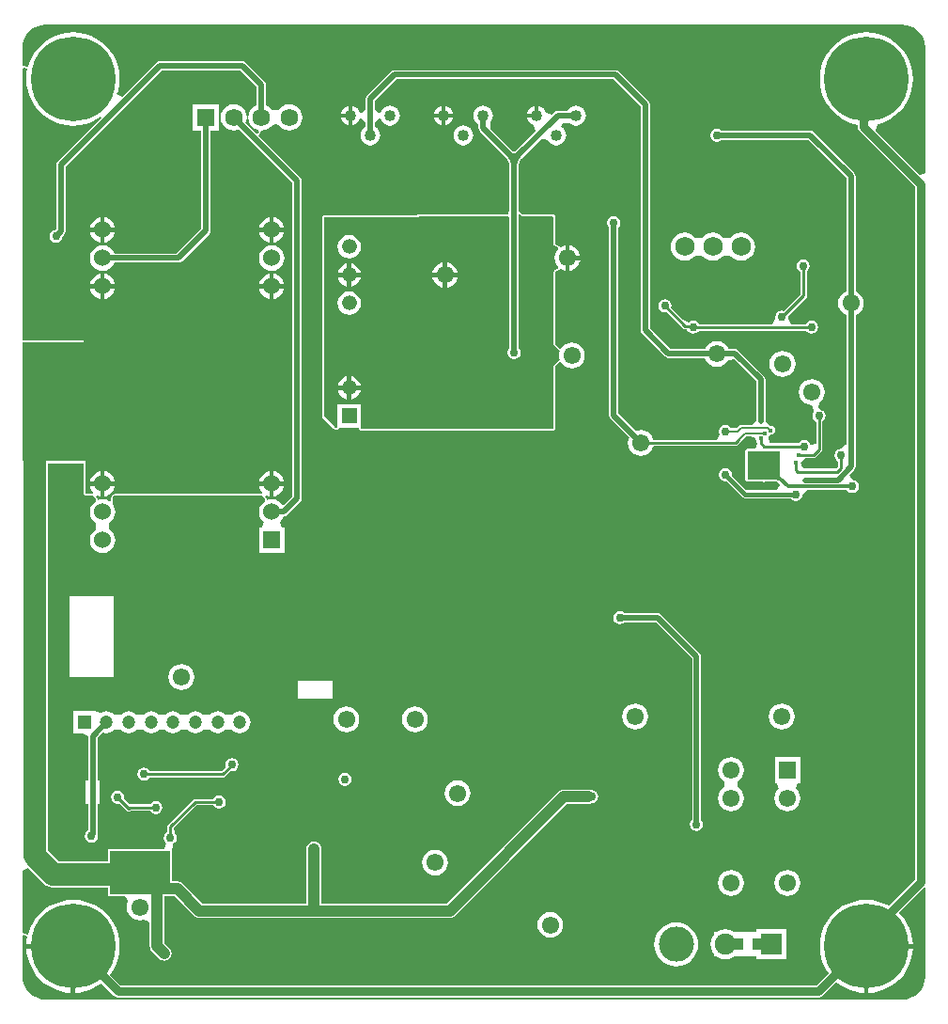
<source format=gbl>
G04*
G04 #@! TF.GenerationSoftware,Altium Limited,Altium Designer,20.0.11 (256)*
G04*
G04 Layer_Physical_Order=2*
G04 Layer_Color=16711680*
%FSLAX25Y25*%
%MOIN*%
G70*
G01*
G75*
%ADD15C,0.01000*%
%ADD17C,0.00800*%
%ADD115C,0.04000*%
%ADD117C,0.02000*%
%ADD118C,0.03000*%
%ADD119C,0.01500*%
%ADD120C,0.04000*%
%ADD121C,0.01200*%
%ADD127C,0.06000*%
%ADD128R,0.06000X0.06000*%
%ADD129C,0.06102*%
%ADD130R,0.06102X0.06102*%
%ADD131R,0.05228X0.05228*%
%ADD132C,0.05228*%
%ADD133C,0.30000*%
%ADD134C,0.12500*%
%ADD135C,0.07500*%
%ADD136R,0.07500X0.07500*%
%ADD137C,0.06890*%
%ADD138C,0.04724*%
%ADD139R,0.04724X0.04724*%
%ADD140C,0.06260*%
%ADD141R,0.06260X0.06260*%
%ADD142R,0.02000X0.04000*%
%ADD143R,0.02000X0.02000*%
%ADD144C,0.01968*%
%ADD145C,0.03000*%
%ADD146C,0.01600*%
%ADD147C,0.08000*%
%ADD148R,0.04300X0.04100*%
%ADD149R,0.03500X0.04100*%
%ADD150R,0.57174X0.42423*%
%ADD151R,0.21511X0.15645*%
%ADD152R,0.11458X0.10335*%
G36*
X3366Y331651D02*
X3397Y331619D01*
X3106Y330158D01*
X2965Y328000D01*
X3106Y325842D01*
X3528Y323720D01*
X4223Y321672D01*
X5180Y319732D01*
X6382Y317934D01*
X7808Y316308D01*
X9434Y314882D01*
X11232Y313680D01*
X13172Y312723D01*
X15220Y312028D01*
X17342Y311606D01*
X19500Y311465D01*
X21658Y311606D01*
X23780Y312028D01*
X25828Y312723D01*
X27768Y313680D01*
X29269Y314683D01*
X29587Y314294D01*
X14047Y298753D01*
X13693Y298224D01*
X13569Y297600D01*
Y275055D01*
X13529Y274576D01*
X12632Y274397D01*
X11871Y273889D01*
X11362Y273128D01*
X11184Y272231D01*
X11362Y271333D01*
X11871Y270572D01*
X12632Y270064D01*
X13529Y269885D01*
X14426Y270064D01*
X15187Y270572D01*
X15696Y271333D01*
X15874Y272231D01*
X15868Y272262D01*
X16353Y272748D01*
X16707Y273277D01*
X16831Y273902D01*
Y296924D01*
X51016Y331109D01*
X78824D01*
X84757Y325177D01*
Y318666D01*
X84053Y318375D01*
X83086Y317633D01*
X82344Y316665D01*
X81877Y315539D01*
X81718Y314331D01*
X81877Y313122D01*
X82344Y311996D01*
X83086Y311028D01*
X84053Y310286D01*
X85146Y309834D01*
X85274Y309747D01*
X85475Y309371D01*
X85116Y308642D01*
X84623Y308560D01*
X80765Y312418D01*
X81056Y313122D01*
X81215Y314331D01*
X81056Y315539D01*
X80590Y316665D01*
X79848Y317633D01*
X78880Y318375D01*
X77754Y318841D01*
X76545Y319000D01*
X75337Y318841D01*
X74211Y318375D01*
X73243Y317633D01*
X72501Y316665D01*
X72035Y315539D01*
X71876Y314331D01*
X72035Y313122D01*
X72501Y311996D01*
X73243Y311028D01*
X74211Y310286D01*
X75337Y309820D01*
X76545Y309661D01*
X77754Y309820D01*
X78458Y310111D01*
X97354Y291215D01*
Y179978D01*
X94353Y176977D01*
X93717Y177048D01*
X93209Y177709D01*
X92269Y178431D01*
X91175Y178884D01*
X90000Y179039D01*
X88825Y178884D01*
X88373Y178697D01*
X88325Y178728D01*
X88121Y179192D01*
X88070Y179241D01*
X88053Y179311D01*
X87534Y180031D01*
X87564Y180108D01*
X88196Y180377D01*
X88825Y180116D01*
X89250Y180060D01*
Y183750D01*
X85560D01*
D01*
X85616Y183325D01*
X86069Y182231D01*
X86760Y181331D01*
X86686Y181121D01*
X86650Y181066D01*
X86597Y180869D01*
X34269D01*
X34076Y180789D01*
X33875Y180735D01*
X33351Y180335D01*
X33244Y180150D01*
X33116Y179979D01*
X32920Y179205D01*
X32933Y179114D01*
X32900Y179028D01*
X32914Y178505D01*
X32468Y178278D01*
X32269Y178431D01*
X31175Y178884D01*
X30000Y179039D01*
X28825Y178884D01*
X28373Y178697D01*
X28325Y178728D01*
X28121Y179192D01*
X28070Y179241D01*
X28053Y179311D01*
X27534Y180031D01*
X27565Y180108D01*
X28196Y180377D01*
X28825Y180116D01*
X29250Y180060D01*
Y183750D01*
X25560D01*
D01*
X25616Y183325D01*
X26069Y182231D01*
X26760Y181331D01*
X26686Y181121D01*
X26650Y181066D01*
X26597Y180869D01*
X23918D01*
Y180998D01*
Y187063D01*
D01*
X23916Y187068D01*
X23918Y187073D01*
X23916Y187171D01*
X23852Y191323D01*
D01*
X23165Y235401D01*
X1631D01*
Y331688D01*
X2026Y331995D01*
X3366Y331651D01*
D02*
G37*
G36*
X313500Y347369D02*
Y347369D01*
X315408Y347147D01*
X316711Y346752D01*
X318162Y345976D01*
X319433Y344933D01*
X320476Y343661D01*
X321252Y342211D01*
X321647Y340908D01*
X321869Y339000D01*
X321869Y339000D01*
X321869Y339000D01*
X321869Y337000D01*
Y294773D01*
X320021Y294007D01*
X304245Y309783D01*
X304903Y311953D01*
X305280Y312028D01*
X307328Y312723D01*
X309268Y313680D01*
X311066Y314882D01*
X312692Y316308D01*
X314118Y317934D01*
X315320Y319732D01*
X316277Y321672D01*
X316972Y323720D01*
X317394Y325842D01*
X317535Y328000D01*
X317394Y330158D01*
X316972Y332280D01*
X316277Y334328D01*
X315320Y336268D01*
X314118Y338066D01*
X312692Y339692D01*
X311066Y341118D01*
X309268Y342320D01*
X307328Y343277D01*
X305280Y343972D01*
X303158Y344394D01*
X301000Y344535D01*
X298842Y344394D01*
X296720Y343972D01*
X294672Y343277D01*
X292732Y342320D01*
X290934Y341118D01*
X289308Y339692D01*
X287882Y338066D01*
X286680Y336268D01*
X285723Y334328D01*
X285028Y332280D01*
X284606Y330158D01*
X284465Y328000D01*
X284606Y325842D01*
X285028Y323720D01*
X285723Y321672D01*
X286680Y319732D01*
X287882Y317934D01*
X289308Y316308D01*
X290934Y314882D01*
X292732Y313680D01*
X294672Y312723D01*
X296720Y312028D01*
X297859Y311802D01*
Y311000D01*
X298022Y310181D01*
X298486Y309486D01*
X318259Y289713D01*
Y44364D01*
X308897Y35003D01*
X307328Y35777D01*
X305280Y36472D01*
X303158Y36894D01*
X301000Y37035D01*
X298842Y36894D01*
X296720Y36472D01*
X294672Y35777D01*
X292732Y34820D01*
X290934Y33618D01*
X289308Y32192D01*
X287882Y30566D01*
X286680Y28768D01*
X285723Y26828D01*
X285028Y24780D01*
X284606Y22658D01*
X284465Y20500D01*
X284606Y18342D01*
X285028Y16220D01*
X285723Y14172D01*
X286680Y12232D01*
X287491Y11019D01*
X283113Y6641D01*
X36387D01*
X32607Y10421D01*
X32618Y10434D01*
X33820Y12232D01*
X34777Y14172D01*
X35472Y16220D01*
X35894Y18342D01*
X36035Y20500D01*
X35894Y22658D01*
X35472Y24780D01*
X34777Y26828D01*
X33820Y28768D01*
X32618Y30566D01*
X31192Y32192D01*
X29566Y33618D01*
X27768Y34820D01*
X25828Y35777D01*
X23780Y36472D01*
X21658Y36894D01*
X19500Y37035D01*
X17342Y36894D01*
X15220Y36472D01*
X13172Y35777D01*
X11232Y34820D01*
X9434Y33618D01*
X7808Y32192D01*
X6382Y30566D01*
X5180Y28768D01*
X4223Y26828D01*
X3528Y24780D01*
X1631Y25267D01*
Y47438D01*
X3631Y48266D01*
X9115Y42782D01*
X9115Y42782D01*
X10076Y42045D01*
X11195Y41581D01*
X12396Y41423D01*
X31840D01*
Y38851D01*
X32030Y38392D01*
X32489Y38201D01*
X37881D01*
X38459Y37499D01*
X39014Y36201D01*
X38726Y35508D01*
X38570Y34320D01*
X38726Y33132D01*
X39185Y32024D01*
X39915Y31074D01*
X40865Y30344D01*
X41972Y29886D01*
X43160Y29729D01*
X44348Y29886D01*
X44753Y30053D01*
X46437Y29191D01*
X46753Y28819D01*
Y20530D01*
X46753Y20530D01*
X46843Y19851D01*
X47105Y19219D01*
X47521Y18676D01*
X49999Y16198D01*
X50543Y15781D01*
X51175Y15519D01*
X51854Y15430D01*
X52533Y15519D01*
X53165Y15781D01*
X53708Y16198D01*
X54125Y16741D01*
X54387Y17373D01*
X54476Y18052D01*
X54387Y18731D01*
X54125Y19363D01*
X53708Y19906D01*
X51998Y21616D01*
Y38201D01*
X54000D01*
X54289Y38321D01*
X55492D01*
X62543Y31270D01*
X62543Y31270D01*
X63086Y30853D01*
X63719Y30591D01*
X64397Y30502D01*
X64398Y30502D01*
X104970D01*
X104970Y30502D01*
X104970Y30502D01*
X153166D01*
X153166Y30502D01*
X153845Y30591D01*
X154477Y30853D01*
X155020Y31270D01*
X194639Y70889D01*
X202385D01*
X203064Y70978D01*
X203522Y71168D01*
X204411Y71345D01*
X205171Y71853D01*
X205680Y72614D01*
X205858Y73511D01*
X205680Y74409D01*
X205171Y75169D01*
X204411Y75678D01*
X203522Y75854D01*
X203064Y76044D01*
X202385Y76134D01*
X193553D01*
X193553Y76134D01*
X192874Y76044D01*
X192242Y75782D01*
X191699Y75365D01*
X191699Y75365D01*
X152080Y35746D01*
X107593D01*
Y55097D01*
X107503Y55775D01*
X107241Y56408D01*
X106825Y56951D01*
X106281Y57368D01*
X105649Y57630D01*
X104970Y57719D01*
X104291Y57630D01*
X103659Y57368D01*
X103116Y56951D01*
X102699Y56408D01*
X102437Y55775D01*
X102348Y55097D01*
Y35746D01*
X65484D01*
X58432Y42798D01*
X57889Y43215D01*
X57257Y43477D01*
X56578Y43566D01*
X56578Y43566D01*
X54649D01*
Y54496D01*
X54599Y54617D01*
X54783Y55908D01*
X55104Y56853D01*
X55658Y57223D01*
X56166Y57984D01*
X56345Y58882D01*
X56166Y59779D01*
X55658Y60540D01*
X55572Y60598D01*
X55431Y62721D01*
X63242Y70532D01*
X69290D01*
X69649Y69995D01*
X70410Y69487D01*
X71307Y69309D01*
X72205Y69487D01*
X72965Y69995D01*
X73474Y70756D01*
X73652Y71653D01*
X73474Y72551D01*
X72965Y73312D01*
X72205Y73820D01*
X71307Y73999D01*
X70410Y73820D01*
X69649Y73312D01*
X69290Y72775D01*
X62778D01*
X62778Y72775D01*
X62349Y72690D01*
X61985Y72447D01*
X61985Y72447D01*
X53207Y63669D01*
X52964Y63305D01*
X52878Y62876D01*
X52878Y62876D01*
Y60898D01*
X52342Y60540D01*
X51833Y59779D01*
X51655Y58882D01*
X51833Y57984D01*
X52342Y57223D01*
X52458Y57146D01*
X51852Y55146D01*
X32489D01*
X32030Y54955D01*
X31840Y54496D01*
Y50703D01*
X14318D01*
X10486Y54534D01*
Y57986D01*
Y191679D01*
X23197D01*
X23269Y187063D01*
Y180869D01*
X23459Y180410D01*
X23918Y180219D01*
X26597D01*
X27527Y178931D01*
X27731Y178466D01*
Y178431D01*
X26791Y177709D01*
X26069Y176769D01*
X25616Y175675D01*
X25461Y174500D01*
X25616Y173325D01*
X26069Y172231D01*
X26791Y171291D01*
X27731Y170569D01*
Y168431D01*
X26791Y167709D01*
X26069Y166769D01*
X25616Y165675D01*
X25461Y164500D01*
X25616Y163325D01*
X26069Y162231D01*
X26791Y161291D01*
X27731Y160569D01*
X28825Y160116D01*
X30000Y159961D01*
X31175Y160116D01*
X32269Y160569D01*
X33209Y161291D01*
X33931Y162231D01*
X34384Y163325D01*
X34539Y164500D01*
X34384Y165675D01*
X33931Y166769D01*
X33209Y167709D01*
X32269Y168431D01*
Y170569D01*
X33209Y171291D01*
X33931Y172231D01*
X34384Y173325D01*
X34539Y174500D01*
X34384Y175675D01*
X33931Y176769D01*
X33597Y177204D01*
X33549Y179045D01*
X33746Y179819D01*
X34269Y180219D01*
X86597D01*
X87527Y178931D01*
X87731Y178466D01*
Y178431D01*
X86791Y177709D01*
X86069Y176769D01*
X85616Y175675D01*
X85461Y174500D01*
X85616Y173325D01*
X86069Y172231D01*
X86791Y171291D01*
X87169Y171000D01*
X86490Y169000D01*
X85500D01*
Y160000D01*
X94500D01*
Y169000D01*
X93510D01*
X92831Y171000D01*
X93209Y171291D01*
X93931Y172231D01*
X94196Y172871D01*
X94807Y172993D01*
X95337Y173346D01*
X100139Y178149D01*
X100493Y178678D01*
X100617Y179303D01*
Y291890D01*
X100493Y292515D01*
X100139Y293044D01*
X85411Y307772D01*
X86345Y309666D01*
X86388Y309661D01*
X87597Y309820D01*
X88723Y310286D01*
X89690Y311028D01*
X90165Y311648D01*
X91294Y311842D01*
X91324D01*
X92453Y311648D01*
X92928Y311028D01*
X93896Y310286D01*
X95022Y309820D01*
X96231Y309661D01*
X97439Y309820D01*
X98565Y310286D01*
X99533Y311028D01*
X100275Y311996D01*
X100741Y313122D01*
X100900Y314331D01*
X100741Y315539D01*
X100275Y316665D01*
X99533Y317633D01*
X98565Y318375D01*
X97439Y318841D01*
X96231Y319000D01*
X95022Y318841D01*
X93896Y318375D01*
X92928Y317633D01*
X92453Y317013D01*
X91324Y316819D01*
X91294D01*
X90165Y317013D01*
X89690Y317633D01*
X88723Y318375D01*
X88019Y318666D01*
Y325852D01*
X87895Y326477D01*
X87542Y327006D01*
X80654Y333894D01*
X80124Y334247D01*
X79500Y334371D01*
X50340D01*
X49716Y334247D01*
X49187Y333894D01*
X36850Y321557D01*
X35106Y322641D01*
X35472Y323720D01*
X35894Y325842D01*
X36035Y328000D01*
X35894Y330158D01*
X35472Y332280D01*
X34777Y334328D01*
X33820Y336268D01*
X32618Y338066D01*
X31192Y339692D01*
X29566Y341118D01*
X27768Y342320D01*
X25828Y343277D01*
X23780Y343972D01*
X21658Y344394D01*
X19500Y344535D01*
X17342Y344394D01*
X15220Y343972D01*
X13172Y343277D01*
X11232Y342320D01*
X9434Y341118D01*
X7808Y339692D01*
X6382Y338066D01*
X5180Y336268D01*
X4223Y334328D01*
X3528Y332280D01*
X1631Y332767D01*
Y339000D01*
X1617Y339073D01*
X1771Y340637D01*
X2248Y342211D01*
X3024Y343661D01*
X4067Y344933D01*
X5339Y345976D01*
X6789Y346752D01*
X8092Y347147D01*
X10000Y347369D01*
Y347369D01*
X12000Y347369D01*
X313500D01*
X313500Y347369D01*
D02*
G37*
G36*
X321869Y41265D02*
Y10497D01*
X321869Y10492D01*
X321869Y10000D01*
X321842Y9511D01*
X321729Y8363D01*
X321252Y6789D01*
X320476Y5339D01*
X319433Y4067D01*
X318162Y3024D01*
X316711Y2248D01*
X315137Y1771D01*
X313993Y1658D01*
X313500Y1631D01*
X313500Y1631D01*
X313008Y1631D01*
X10000D01*
X10000Y1631D01*
Y1631D01*
X9511Y1658D01*
X8363Y1771D01*
X6789Y2248D01*
X5339Y3024D01*
X4067Y4067D01*
X3024Y5339D01*
X2248Y6789D01*
X1771Y8363D01*
X1658Y9511D01*
X1631Y10000D01*
X1631D01*
Y24189D01*
X2026Y24495D01*
X3366Y24151D01*
X3397Y24119D01*
X3106Y22658D01*
X3014Y21250D01*
X19500D01*
Y20500D01*
X20250D01*
Y4014D01*
X21658Y4106D01*
X23780Y4528D01*
X25828Y5223D01*
X27768Y6180D01*
X29566Y7382D01*
X29579Y7393D01*
X33986Y2986D01*
X34681Y2522D01*
X35500Y2359D01*
X284000D01*
X284819Y2522D01*
X285514Y2986D01*
X290388Y7860D01*
X290934Y7382D01*
X292732Y6180D01*
X294672Y5223D01*
X296720Y4528D01*
X298842Y4106D01*
X300250Y4014D01*
Y20500D01*
X301000D01*
Y21250D01*
X317486D01*
X317394Y22658D01*
X316972Y24780D01*
X316277Y26828D01*
X315320Y28768D01*
X314118Y30566D01*
X312692Y32192D01*
X312675Y32208D01*
X312658Y32708D01*
X321407Y41456D01*
X321869Y41265D01*
D02*
G37*
%LPC*%
G36*
X90750Y278940D02*
Y275250D01*
X94440D01*
X94384Y275675D01*
X93931Y276769D01*
X93209Y277709D01*
X92269Y278431D01*
X91175Y278884D01*
X90750Y278940D01*
D02*
G37*
G36*
X30750D02*
Y275250D01*
X34440D01*
X34384Y275675D01*
X33931Y276769D01*
X33209Y277709D01*
X32269Y278431D01*
X31175Y278884D01*
X30750Y278940D01*
D02*
G37*
G36*
X89250D02*
X88825Y278884D01*
X87731Y278431D01*
X86791Y277709D01*
X86069Y276769D01*
X85616Y275675D01*
X85560Y275250D01*
X89250D01*
Y278940D01*
D02*
G37*
G36*
X29250D02*
X28825Y278884D01*
X27731Y278431D01*
X26791Y277709D01*
X26069Y276769D01*
X25616Y275675D01*
X25560Y275250D01*
X29250D01*
Y278940D01*
D02*
G37*
G36*
X94440Y273750D02*
X90750D01*
Y270060D01*
X91175Y270116D01*
X92269Y270569D01*
X93209Y271291D01*
X93931Y272231D01*
X94384Y273325D01*
X94440Y273750D01*
D02*
G37*
G36*
X34440D02*
X30750D01*
Y270060D01*
X31175Y270116D01*
X32269Y270569D01*
X33209Y271291D01*
X33931Y272231D01*
X34384Y273325D01*
X34440Y273750D01*
D02*
G37*
G36*
X89250D02*
X85560D01*
X85616Y273325D01*
X86069Y272231D01*
X86791Y271291D01*
X87731Y270569D01*
X88825Y270116D01*
X89250Y270060D01*
Y273750D01*
D02*
G37*
G36*
X29250D02*
X25560D01*
X25616Y273325D01*
X26069Y272231D01*
X26791Y271291D01*
X27731Y270569D01*
X28825Y270116D01*
X29250Y270060D01*
Y273750D01*
D02*
G37*
G36*
X71333Y318960D02*
X62073D01*
Y309701D01*
X65069D01*
Y274876D01*
X56324Y266131D01*
X34195D01*
X33931Y266769D01*
X33209Y267709D01*
X32269Y268431D01*
X31175Y268884D01*
X30000Y269039D01*
X28825Y268884D01*
X27731Y268431D01*
X26791Y267709D01*
X26069Y266769D01*
X25616Y265675D01*
X25461Y264500D01*
X25616Y263325D01*
X26069Y262231D01*
X26791Y261291D01*
X27731Y260569D01*
X28825Y260116D01*
X30000Y259961D01*
X31175Y260116D01*
X32269Y260569D01*
X33209Y261291D01*
X33931Y262231D01*
X34195Y262869D01*
X57000D01*
X57624Y262993D01*
X58153Y263347D01*
X67853Y273046D01*
X68207Y273576D01*
X68331Y274200D01*
Y309701D01*
X71333D01*
Y318960D01*
D02*
G37*
G36*
X90000Y269039D02*
X88825Y268884D01*
X87731Y268431D01*
X86791Y267709D01*
X86069Y266769D01*
X85616Y265675D01*
X85461Y264500D01*
X85616Y263325D01*
X86069Y262231D01*
X86791Y261291D01*
X87731Y260569D01*
X88825Y260116D01*
X90000Y259961D01*
X91175Y260116D01*
X92269Y260569D01*
X93209Y261291D01*
X93931Y262231D01*
X94384Y263325D01*
X94539Y264500D01*
X94384Y265675D01*
X93931Y266769D01*
X93209Y267709D01*
X92269Y268431D01*
X91175Y268884D01*
X90000Y269039D01*
D02*
G37*
G36*
X90750Y258940D02*
Y255250D01*
X94440D01*
X94384Y255675D01*
X93931Y256769D01*
X93209Y257709D01*
X92269Y258431D01*
X91175Y258884D01*
X90750Y258940D01*
D02*
G37*
G36*
X30750D02*
Y255250D01*
X34440D01*
X34384Y255675D01*
X33931Y256769D01*
X33209Y257709D01*
X32269Y258431D01*
X31175Y258884D01*
X30750Y258940D01*
D02*
G37*
G36*
X89250D02*
X88825Y258884D01*
X87731Y258431D01*
X86791Y257709D01*
X86069Y256769D01*
X85616Y255675D01*
X85560Y255250D01*
X89250D01*
Y258940D01*
D02*
G37*
G36*
X29250D02*
X28825Y258884D01*
X27731Y258431D01*
X26791Y257709D01*
X26069Y256769D01*
X25616Y255675D01*
X25560Y255250D01*
X29250D01*
Y258940D01*
D02*
G37*
G36*
X94440Y253750D02*
X90750D01*
Y250060D01*
X91175Y250116D01*
X92269Y250569D01*
X93209Y251291D01*
X93931Y252231D01*
X94384Y253325D01*
X94440Y253750D01*
D02*
G37*
G36*
X34440D02*
X30750D01*
Y250060D01*
X31175Y250116D01*
X32269Y250569D01*
X33209Y251291D01*
X33931Y252231D01*
X34384Y253325D01*
X34440Y253750D01*
D02*
G37*
G36*
X89250D02*
X85560D01*
X85616Y253325D01*
X86069Y252231D01*
X86791Y251291D01*
X87731Y250569D01*
X88825Y250116D01*
X89250Y250060D01*
Y253750D01*
D02*
G37*
G36*
X29250D02*
X25560D01*
X25616Y253325D01*
X26069Y252231D01*
X26791Y251291D01*
X27731Y250569D01*
X28825Y250116D01*
X29250Y250060D01*
Y253750D01*
D02*
G37*
G36*
X90750Y188940D02*
Y185250D01*
X94440D01*
X94384Y185675D01*
X93931Y186769D01*
X93209Y187709D01*
X92269Y188431D01*
X91175Y188884D01*
X90750Y188940D01*
D02*
G37*
G36*
X30750D02*
Y185250D01*
X34440D01*
X34384Y185675D01*
X33931Y186769D01*
X33209Y187709D01*
X32269Y188431D01*
X31175Y188884D01*
X30750Y188940D01*
D02*
G37*
G36*
X89250D02*
X88825Y188884D01*
X87731Y188431D01*
X86791Y187709D01*
X86069Y186769D01*
X85616Y185675D01*
X85560Y185250D01*
X89250D01*
Y188940D01*
D02*
G37*
G36*
X29250D02*
X28825Y188884D01*
X27731Y188431D01*
X26791Y187709D01*
X26069Y186769D01*
X25616Y185675D01*
X25560Y185250D01*
X29250D01*
Y188940D01*
D02*
G37*
G36*
X94440Y183750D02*
D01*
X90750D01*
Y180060D01*
X91175Y180116D01*
X92269Y180569D01*
X93209Y181291D01*
X93931Y182231D01*
X94384Y183325D01*
X94440Y183750D01*
D02*
G37*
G36*
X34440D02*
X30750D01*
Y180060D01*
X31175Y180116D01*
X32269Y180569D01*
X33209Y181291D01*
X33270Y181369D01*
X33931Y182231D01*
X34384Y183325D01*
X34440Y183750D01*
D02*
G37*
G36*
X183250Y318431D02*
X183086Y318410D01*
X182235Y318057D01*
X181504Y317496D01*
X180943Y316765D01*
X180590Y315914D01*
X180569Y315750D01*
X183250D01*
Y318431D01*
D02*
G37*
G36*
X151750D02*
Y315750D01*
X154431D01*
X154410Y315914D01*
X154057Y316765D01*
X153496Y317496D01*
X152765Y318057D01*
X151914Y318410D01*
X151750Y318431D01*
D02*
G37*
G36*
X150250D02*
X150086Y318410D01*
X149235Y318057D01*
X148504Y317496D01*
X147943Y316765D01*
X147590Y315914D01*
X147569Y315750D01*
X150250D01*
Y318431D01*
D02*
G37*
G36*
X117250D02*
X117086Y318410D01*
X116235Y318057D01*
X115504Y317496D01*
X114943Y316765D01*
X114590Y315914D01*
X114568Y315750D01*
X117250D01*
Y318431D01*
D02*
G37*
G36*
X198000Y318530D02*
X197086Y318410D01*
X196235Y318057D01*
X195504Y317496D01*
X194943Y316765D01*
X194887Y316631D01*
X191500D01*
X190876Y316507D01*
X190347Y316154D01*
X189506Y315313D01*
X187410Y315914D01*
X187057Y316765D01*
X186496Y317496D01*
X185765Y318057D01*
X184914Y318410D01*
X184750Y318431D01*
Y315000D01*
X184000D01*
Y314250D01*
X180569D01*
X180590Y314086D01*
X180943Y313235D01*
X181504Y312504D01*
X182235Y311943D01*
X183086Y311590D01*
X183687Y309494D01*
X177017Y302824D01*
X176980Y302811D01*
X176726Y302583D01*
X176515Y302435D01*
X176325Y302340D01*
X176156Y302290D01*
X176000Y302274D01*
X175844Y302290D01*
X175675Y302340D01*
X175485Y302435D01*
X175274Y302583D01*
X175020Y302811D01*
X174983Y302824D01*
X167621Y310186D01*
X167561Y310309D01*
X167496Y312504D01*
X168057Y313235D01*
X168410Y314086D01*
X168530Y315000D01*
X168410Y315914D01*
X168057Y316765D01*
X167496Y317496D01*
X166765Y318057D01*
X165914Y318410D01*
X165000Y318530D01*
X164086Y318410D01*
X163235Y318057D01*
X162504Y317496D01*
X161943Y316765D01*
X161590Y315914D01*
X161470Y315000D01*
X161590Y314086D01*
X161943Y313235D01*
X162504Y312504D01*
X163235Y311943D01*
X163369Y311887D01*
Y310500D01*
X163493Y309876D01*
X163847Y309346D01*
X173096Y300097D01*
X173110Y300058D01*
X173363Y299787D01*
X173572Y299525D01*
X173755Y299255D01*
X173913Y298978D01*
X174046Y298691D01*
X174155Y298394D01*
X174240Y298086D01*
X174301Y297765D01*
X174338Y297432D01*
X174351Y297062D01*
X174369Y297024D01*
Y281846D01*
X174011Y279996D01*
X108497Y279649D01*
X108269Y279554D01*
X108041Y279459D01*
X108040Y279457D01*
X108038Y279457D01*
X107945Y279229D01*
X107851Y279000D01*
Y208500D01*
X108041Y208041D01*
X111957Y204125D01*
X111957Y204125D01*
X111957Y204125D01*
X112244Y203838D01*
X112244Y203838D01*
X112288Y203819D01*
X112313Y203778D01*
X112313D01*
X112512Y203727D01*
X112703Y203648D01*
X112756Y203664D01*
X112794Y203654D01*
X112794Y203654D01*
X113413Y203742D01*
X113414Y203742D01*
X113447Y203762D01*
X113503Y203761D01*
X113664Y203890D01*
X113841Y203994D01*
X113841Y203995D01*
X113853Y204041D01*
X113891Y204071D01*
X113891Y204071D01*
X113955Y204187D01*
X113955Y204187D01*
X113973Y204349D01*
X113988Y204386D01*
X120965D01*
X120965Y204386D01*
X120965Y204386D01*
X121041Y204202D01*
X121086Y204008D01*
X121086Y204008D01*
X121361Y203623D01*
X121409Y203593D01*
X121431Y203541D01*
X121614Y203465D01*
X121783Y203360D01*
X121783Y203359D01*
X121838Y203372D01*
X121890Y203351D01*
X121890Y203350D01*
X122511Y203351D01*
X188918Y203350D01*
X190000Y203350D01*
X190000Y203351D01*
X190459Y203541D01*
X190649Y204000D01*
X190649Y204000D01*
X190649Y205082D01*
Y226212D01*
X192426Y227544D01*
X192649Y227542D01*
X193254Y226754D01*
X194205Y226025D01*
X195312Y225566D01*
X196500Y225410D01*
X197688Y225566D01*
X198795Y226025D01*
X199746Y226754D01*
X200476Y227705D01*
X200934Y228812D01*
X201091Y230000D01*
X200934Y231188D01*
X200476Y232295D01*
X199746Y233246D01*
X198795Y233976D01*
X197688Y234434D01*
X196500Y234591D01*
X195312Y234434D01*
X194205Y233976D01*
X193254Y233246D01*
X192649Y232458D01*
X192426Y232456D01*
X190649Y233788D01*
X190649Y259581D01*
X192649Y260567D01*
X192705Y260525D01*
X193812Y260066D01*
X194250Y260008D01*
Y264500D01*
Y268992D01*
X193812Y268934D01*
X192705Y268476D01*
X192649Y268433D01*
X190649Y269419D01*
X190649Y278470D01*
X190649Y279077D01*
X190649Y279077D01*
X190649Y279078D01*
X190649Y279078D01*
X190649Y279079D01*
X190555Y279306D01*
X190554Y279306D01*
X190459Y279536D01*
X190458Y279537D01*
X190458Y279537D01*
X190458Y279537D01*
X190104Y279890D01*
X190103Y279890D01*
X190103Y279890D01*
X190102Y279891D01*
X189873Y279984D01*
X189873Y279985D01*
X189644Y280079D01*
X189644Y280079D01*
X189643Y280078D01*
X189642Y280079D01*
X189642Y280079D01*
X189063Y280076D01*
X189063Y280076D01*
X189033Y280076D01*
X179049Y280023D01*
X177631Y281433D01*
Y297024D01*
X177649Y297062D01*
X177662Y297432D01*
X177699Y297765D01*
X177760Y298086D01*
X177845Y298394D01*
X177954Y298691D01*
X178087Y298977D01*
X178245Y299255D01*
X178428Y299525D01*
X178637Y299787D01*
X178890Y300058D01*
X178904Y300097D01*
X185616Y306809D01*
X185989Y306862D01*
X187922Y306286D01*
X187943Y306235D01*
X188504Y305504D01*
X189235Y304943D01*
X190086Y304590D01*
X191000Y304470D01*
X191914Y304590D01*
X192765Y304943D01*
X193496Y305504D01*
X194057Y306235D01*
X194410Y307086D01*
X194530Y308000D01*
X194410Y308914D01*
X194057Y309765D01*
X193496Y310496D01*
X192765Y311057D01*
X193408Y312272D01*
X195062Y312455D01*
X195757Y312310D01*
X196235Y311943D01*
X197086Y311590D01*
X198000Y311470D01*
X198914Y311590D01*
X199765Y311943D01*
X200496Y312504D01*
X201057Y313235D01*
X201410Y314086D01*
X201530Y315000D01*
X201410Y315914D01*
X201057Y316765D01*
X200496Y317496D01*
X199765Y318057D01*
X198914Y318410D01*
X198000Y318530D01*
D02*
G37*
G36*
X154431Y314250D02*
X151750D01*
Y311568D01*
X151914Y311590D01*
X152765Y311943D01*
X153496Y312504D01*
X154057Y313235D01*
X154410Y314086D01*
X154431Y314250D01*
D02*
G37*
G36*
X150250D02*
X147569D01*
X147590Y314086D01*
X147943Y313235D01*
X148504Y312504D01*
X149235Y311943D01*
X150086Y311590D01*
X150250Y311568D01*
Y314250D01*
D02*
G37*
G36*
X117250D02*
X114568D01*
X114590Y314086D01*
X114943Y313235D01*
X115504Y312504D01*
X116235Y311943D01*
X117086Y311590D01*
X117250Y311568D01*
Y314250D01*
D02*
G37*
G36*
X158000Y311530D02*
X157086Y311410D01*
X156235Y311057D01*
X155504Y310496D01*
X154943Y309765D01*
X154590Y308914D01*
X154470Y308000D01*
X154590Y307086D01*
X154943Y306235D01*
X155504Y305504D01*
X156235Y304943D01*
X157086Y304590D01*
X158000Y304470D01*
X158914Y304590D01*
X159765Y304943D01*
X160496Y305504D01*
X161057Y306235D01*
X161410Y307086D01*
X161530Y308000D01*
X161410Y308914D01*
X161057Y309765D01*
X160496Y310496D01*
X159765Y311057D01*
X158914Y311410D01*
X158000Y311530D01*
D02*
G37*
G36*
X256500Y273488D02*
X255209Y273318D01*
X254006Y272819D01*
X252973Y272027D01*
X252702Y271674D01*
X252295Y271527D01*
X250705D01*
X250297Y271674D01*
X250027Y272027D01*
X248994Y272819D01*
X247791Y273318D01*
X246500Y273488D01*
X245209Y273318D01*
X244006Y272819D01*
X242973Y272027D01*
X242703Y271674D01*
X242295Y271527D01*
X240705D01*
X240298Y271674D01*
X240027Y272027D01*
X238994Y272819D01*
X237791Y273318D01*
X236500Y273488D01*
X235209Y273318D01*
X234006Y272819D01*
X232973Y272027D01*
X232181Y270994D01*
X231682Y269791D01*
X231512Y268500D01*
X231682Y267209D01*
X232181Y266006D01*
X232973Y264973D01*
X234006Y264181D01*
X235209Y263682D01*
X236500Y263512D01*
X237791Y263682D01*
X238994Y264181D01*
X240027Y264973D01*
X240298Y265326D01*
X240705Y265473D01*
X242295D01*
X242703Y265326D01*
X242973Y264973D01*
X244006Y264181D01*
X245209Y263682D01*
X246500Y263512D01*
X247791Y263682D01*
X248994Y264181D01*
X250027Y264973D01*
X250297Y265326D01*
X250705Y265473D01*
X252295D01*
X252702Y265326D01*
X252973Y264973D01*
X254006Y264181D01*
X255209Y263682D01*
X256500Y263512D01*
X257791Y263682D01*
X258994Y264181D01*
X260027Y264973D01*
X260819Y266006D01*
X261318Y267209D01*
X261488Y268500D01*
X261318Y269791D01*
X260819Y270994D01*
X260027Y272027D01*
X258994Y272819D01*
X257791Y273318D01*
X256500Y273488D01*
D02*
G37*
G36*
X195750Y268992D02*
Y265250D01*
X199492D01*
X199434Y265688D01*
X198976Y266795D01*
X198246Y267746D01*
X197295Y268476D01*
X196188Y268934D01*
X195750Y268992D01*
D02*
G37*
G36*
X199492Y263750D02*
X195750D01*
Y260008D01*
X196188Y260066D01*
X197295Y260525D01*
X198246Y261254D01*
X198976Y262205D01*
X199434Y263312D01*
X199492Y263750D01*
D02*
G37*
G36*
X278557Y264111D02*
X277659Y263933D01*
X276898Y263425D01*
X276390Y262664D01*
X276212Y261766D01*
X276390Y260869D01*
X276898Y260108D01*
X277619Y259627D01*
Y251705D01*
X271633Y245719D01*
X271000Y245845D01*
X270103Y245667D01*
X269342Y245158D01*
X268833Y244397D01*
X268655Y243500D01*
X268750Y243022D01*
X267985Y241609D01*
X267484Y241021D01*
X241584D01*
X241158Y241658D01*
X240397Y242167D01*
X239500Y242345D01*
X238603Y242167D01*
X237842Y241658D01*
X236058Y242528D01*
X231719Y246867D01*
X231845Y247500D01*
X231667Y248397D01*
X231158Y249158D01*
X230397Y249667D01*
X229500Y249845D01*
X228603Y249667D01*
X227842Y249158D01*
X227333Y248397D01*
X227155Y247500D01*
X227333Y246603D01*
X227842Y245842D01*
X228603Y245333D01*
X229500Y245155D01*
X230133Y245281D01*
X235824Y239590D01*
X235824Y239590D01*
X236188Y239347D01*
X236617Y239261D01*
X237302D01*
X237333Y239103D01*
X237842Y238342D01*
X238603Y237833D01*
X239500Y237655D01*
X240397Y237833D01*
X241158Y238342D01*
X241450Y238778D01*
X279550D01*
X279842Y238342D01*
X280603Y237833D01*
X281500Y237655D01*
X282397Y237833D01*
X283158Y238342D01*
X283667Y239103D01*
X283845Y240000D01*
X283667Y240897D01*
X283158Y241658D01*
X282397Y242167D01*
X281500Y242345D01*
X280603Y242167D01*
X279842Y241658D01*
X279416Y241021D01*
X274516D01*
X274015Y241609D01*
X273250Y243022D01*
X273345Y243500D01*
X273219Y244133D01*
X279533Y250447D01*
X279776Y250811D01*
X279862Y251240D01*
X279862Y251240D01*
Y259872D01*
X280215Y260108D01*
X280723Y260869D01*
X280902Y261766D01*
X280723Y262664D01*
X280215Y263425D01*
X279454Y263933D01*
X278557Y264111D01*
D02*
G37*
G36*
X271200Y231591D02*
X270012Y231434D01*
X268905Y230976D01*
X267954Y230246D01*
X267225Y229295D01*
X266766Y228188D01*
X266610Y227000D01*
X266766Y225812D01*
X267225Y224705D01*
X267954Y223754D01*
X268905Y223025D01*
X270012Y222566D01*
X271200Y222410D01*
X272388Y222566D01*
X273495Y223025D01*
X274446Y223754D01*
X275175Y224705D01*
X275634Y225812D01*
X275791Y227000D01*
X275634Y228188D01*
X275175Y229295D01*
X274446Y230246D01*
X273495Y230976D01*
X272388Y231434D01*
X271200Y231591D01*
D02*
G37*
G36*
X133500Y331131D02*
X132876Y331007D01*
X132346Y330654D01*
X123846Y322153D01*
X123493Y321624D01*
X123369Y321000D01*
Y317464D01*
X122045Y316012D01*
X121410Y315914D01*
X121382Y315981D01*
X121057Y316765D01*
X120496Y317496D01*
X119765Y318057D01*
X118914Y318410D01*
X118750Y318431D01*
Y315000D01*
Y311568D01*
X118914Y311590D01*
X119765Y311943D01*
X120496Y312504D01*
X121057Y313235D01*
X121382Y314019D01*
X121410Y314086D01*
X122045Y313988D01*
X123369Y312536D01*
Y311113D01*
X123235Y311057D01*
X122504Y310496D01*
X121943Y309765D01*
X121590Y308914D01*
X121470Y308000D01*
X121590Y307086D01*
X121943Y306235D01*
X122504Y305504D01*
X123235Y304943D01*
X124086Y304590D01*
X125000Y304470D01*
X125914Y304590D01*
X126765Y304943D01*
X127496Y305504D01*
X128057Y306235D01*
X128410Y307086D01*
X128530Y308000D01*
X128410Y308914D01*
X128057Y309765D01*
X127496Y310496D01*
X126765Y311057D01*
X126631Y311113D01*
Y312536D01*
X127955Y313988D01*
X128590Y314086D01*
X128618Y314019D01*
X128943Y313235D01*
X129504Y312504D01*
X130235Y311943D01*
X131086Y311590D01*
X132000Y311470D01*
X132914Y311590D01*
X133765Y311943D01*
X134496Y312504D01*
X135057Y313235D01*
X135410Y314086D01*
X135530Y315000D01*
X135410Y315914D01*
X135057Y316765D01*
X134496Y317496D01*
X133765Y318057D01*
X132914Y318410D01*
X132000Y318530D01*
X131086Y318410D01*
X130235Y318057D01*
X129504Y317496D01*
X128943Y316765D01*
X128618Y315981D01*
X128590Y315914D01*
X127955Y316012D01*
X126631Y317464D01*
Y320324D01*
X134176Y327869D01*
X211324D01*
X220869Y318324D01*
Y282500D01*
Y239000D01*
X220993Y238376D01*
X221346Y237846D01*
X229614Y229578D01*
X230144Y229225D01*
X230768Y229101D01*
X243611D01*
X243982Y228205D01*
X244711Y227254D01*
X245662Y226524D01*
X246769Y226066D01*
X247957Y225909D01*
X249145Y226066D01*
X250252Y226524D01*
X251203Y227254D01*
X251933Y228205D01*
X251948Y228242D01*
X254151Y228541D01*
X261884Y220809D01*
Y206700D01*
X260202Y205453D01*
X256550D01*
X256159Y205375D01*
X255829Y205154D01*
X254923Y204249D01*
X252843Y204381D01*
X252658Y204658D01*
X251897Y205167D01*
X251000Y205345D01*
X250103Y205167D01*
X249342Y204658D01*
X248833Y203897D01*
X248655Y203000D01*
X248833Y202103D01*
X247842Y200122D01*
X225443D01*
X225434Y200188D01*
X224975Y201295D01*
X224246Y202246D01*
X223295Y202976D01*
X222188Y203434D01*
X221000Y203590D01*
X219812Y203434D01*
X219148Y203159D01*
X212940Y209367D01*
Y275324D01*
X212967Y275342D01*
X213475Y276103D01*
X213654Y277000D01*
X213475Y277897D01*
X212967Y278658D01*
X212206Y279167D01*
X211309Y279345D01*
X210411Y279167D01*
X209650Y278658D01*
X209142Y277897D01*
X208964Y277000D01*
X209142Y276103D01*
X209650Y275342D01*
X209677Y275324D01*
Y208691D01*
X209802Y208067D01*
X210155Y207538D01*
X216841Y200852D01*
X216566Y200188D01*
X216409Y199000D01*
X216566Y197812D01*
X217024Y196705D01*
X217754Y195754D01*
X218705Y195025D01*
X219812Y194566D01*
X221000Y194410D01*
X222188Y194566D01*
X223295Y195025D01*
X224246Y195754D01*
X224975Y196705D01*
X225434Y197812D01*
X225443Y197878D01*
X254500D01*
X254500Y197878D01*
X254929Y197964D01*
X255293Y198207D01*
X256293Y199207D01*
X256536Y199571D01*
X256542Y199600D01*
X258313Y201371D01*
X260000D01*
X261639Y200692D01*
X262369Y198742D01*
X261930Y197700D01*
X261581Y197148D01*
X261278Y196866D01*
X258751D01*
X258292Y196676D01*
X258101Y196217D01*
Y185882D01*
X258292Y185423D01*
X258751Y185232D01*
X263733D01*
X263804Y185185D01*
X264500Y185047D01*
X265196Y185185D01*
X265267Y185232D01*
X269402D01*
X270274Y184117D01*
X269407Y182176D01*
X258424D01*
X253279Y187321D01*
X253345Y187654D01*
X253167Y188551D01*
X252658Y189312D01*
X251897Y189820D01*
X251000Y189999D01*
X250103Y189820D01*
X249342Y189312D01*
X248833Y188551D01*
X248655Y187654D01*
X248833Y186756D01*
X249342Y185995D01*
X250103Y185487D01*
X251000Y185309D01*
X251332Y185375D01*
X256880Y179827D01*
X257327Y179528D01*
X257854Y179424D01*
X274153D01*
X274342Y179142D01*
X275103Y178633D01*
X276000Y178455D01*
X276897Y178633D01*
X277658Y179142D01*
X278167Y179903D01*
X278345Y180800D01*
X280002Y182276D01*
X293992D01*
X294283Y181842D01*
X295043Y181333D01*
X295941Y181155D01*
X296838Y181333D01*
X297599Y181842D01*
X298108Y182603D01*
X298286Y183500D01*
X298108Y184397D01*
X297599Y185158D01*
X296838Y185667D01*
X295941Y185845D01*
X295005Y187698D01*
X296654Y189347D01*
X297007Y189876D01*
X297131Y190500D01*
Y230500D01*
Y244250D01*
X297795Y244525D01*
X298746Y245254D01*
X299476Y246205D01*
X299934Y247312D01*
X300091Y248500D01*
X299934Y249688D01*
X299476Y250795D01*
X298746Y251746D01*
X297795Y252476D01*
X297131Y252750D01*
Y293500D01*
X297007Y294124D01*
X296654Y294654D01*
X282154Y309154D01*
X281624Y309507D01*
X281000Y309631D01*
X249676D01*
X249658Y309658D01*
X248897Y310167D01*
X248000Y310345D01*
X247103Y310167D01*
X246342Y309658D01*
X245833Y308897D01*
X245655Y308000D01*
X245833Y307103D01*
X246342Y306342D01*
X247103Y305833D01*
X248000Y305655D01*
X248897Y305833D01*
X249658Y306342D01*
X249676Y306369D01*
X280324D01*
X293869Y292824D01*
Y252750D01*
X293205Y252476D01*
X292254Y251746D01*
X291525Y250795D01*
X291066Y249688D01*
X290910Y248500D01*
X291066Y247312D01*
X291525Y246205D01*
X292254Y245254D01*
X293205Y244525D01*
X293869Y244250D01*
Y230500D01*
Y198357D01*
X293751Y198152D01*
X292000Y196845D01*
X291103Y196667D01*
X290342Y196158D01*
X289833Y195397D01*
X289655Y194500D01*
X289833Y193603D01*
X290342Y192842D01*
X290879Y192483D01*
Y190548D01*
X290177Y189846D01*
X278891D01*
X278419Y190368D01*
X277601Y191846D01*
X277631Y192000D01*
X278925Y193460D01*
X279193Y193619D01*
X282321D01*
X282321Y193619D01*
X282750Y193704D01*
X283114Y193947D01*
X285047Y195880D01*
X285047Y195880D01*
X285290Y196244D01*
X285375Y196673D01*
X285375Y196673D01*
Y206535D01*
X285835Y206842D01*
X286343Y207603D01*
X286522Y208500D01*
X286343Y209397D01*
X285835Y210158D01*
X285380Y210462D01*
X285074Y210667D01*
X284941Y210715D01*
X284444Y210972D01*
X283978Y211268D01*
X284323Y213312D01*
X284899Y213754D01*
X285629Y214705D01*
X286088Y215812D01*
X286244Y217000D01*
X286088Y218188D01*
X285629Y219295D01*
X284899Y220246D01*
X283949Y220975D01*
X282842Y221434D01*
X281653Y221590D01*
X280465Y221434D01*
X279358Y220975D01*
X278408Y220246D01*
X277678Y219295D01*
X277220Y218188D01*
X277063Y217000D01*
X277220Y215812D01*
X277678Y214705D01*
X278408Y213754D01*
X279358Y213024D01*
X280465Y212566D01*
X281380Y212445D01*
X281840Y211925D01*
X282425Y210402D01*
X282382Y209955D01*
X282010Y209397D01*
X281832Y208500D01*
X282010Y207603D01*
X282519Y206842D01*
X283132Y206432D01*
Y198668D01*
X281132Y198471D01*
X281097Y198647D01*
X280589Y199408D01*
X279828Y199917D01*
X278930Y200095D01*
X278033Y199917D01*
X277272Y199408D01*
X276913Y198872D01*
X266689D01*
X266486Y199005D01*
X266268Y201004D01*
X266975Y201843D01*
X267599Y201968D01*
X268128Y202321D01*
X268482Y202850D01*
X268606Y203475D01*
X268482Y204099D01*
X268128Y204628D01*
X267599Y204982D01*
X266975Y205106D01*
X266817Y205075D01*
X266737Y205154D01*
X266406Y205376D01*
X265147Y206700D01*
Y221484D01*
X265023Y222109D01*
X264669Y222638D01*
X264660Y222644D01*
X264653Y222654D01*
X255421Y231886D01*
X254892Y232239D01*
X254268Y232363D01*
X252111D01*
X251933Y232795D01*
X251203Y233746D01*
X250252Y234475D01*
X249145Y234934D01*
X247957Y235090D01*
X246769Y234934D01*
X245662Y234475D01*
X244711Y233746D01*
X243982Y232795D01*
X243803Y232363D01*
X231444D01*
X224131Y239676D01*
Y282500D01*
Y319000D01*
X224007Y319624D01*
X223654Y320153D01*
X213154Y330654D01*
X212624Y331007D01*
X212000Y331131D01*
X133500D01*
X133500Y331131D01*
D02*
G37*
G36*
X34000Y144500D02*
X18254D01*
Y116000D01*
X34000D01*
Y144500D01*
D02*
G37*
G36*
X58000Y120590D02*
X56812Y120434D01*
X55705Y119975D01*
X54754Y119246D01*
X54024Y118295D01*
X53566Y117188D01*
X53410Y116000D01*
X53566Y114812D01*
X54024Y113705D01*
X54754Y112754D01*
X55705Y112024D01*
X56812Y111566D01*
X58000Y111409D01*
X59188Y111566D01*
X60295Y112024D01*
X61246Y112754D01*
X61976Y113705D01*
X62434Y114812D01*
X62590Y116000D01*
X62434Y117188D01*
X61976Y118295D01*
X61246Y119246D01*
X60295Y119975D01*
X59188Y120434D01*
X58000Y120590D01*
D02*
G37*
G36*
X111449Y114724D02*
X99244D01*
Y108425D01*
X111449D01*
X111449Y108425D01*
Y114724D01*
D02*
G37*
G36*
X78669Y103895D02*
X77661Y103763D01*
X76722Y103374D01*
X75949Y102781D01*
X75907Y102751D01*
X75812Y102707D01*
X73652D01*
X73557Y102751D01*
X73516Y102781D01*
X72743Y103374D01*
X71803Y103763D01*
X70795Y103895D01*
X69787Y103763D01*
X68848Y103374D01*
X68075Y102781D01*
X68033Y102751D01*
X67938Y102707D01*
X65778D01*
X65683Y102751D01*
X65642Y102781D01*
X64869Y103374D01*
X63929Y103763D01*
X62921Y103895D01*
X61913Y103763D01*
X60974Y103374D01*
X60201Y102781D01*
X60159Y102751D01*
X60064Y102707D01*
X57904D01*
X57809Y102751D01*
X57768Y102781D01*
X56995Y103374D01*
X56055Y103763D01*
X55047Y103895D01*
X54039Y103763D01*
X53100Y103374D01*
X52327Y102781D01*
X52285Y102751D01*
X52190Y102707D01*
X50030D01*
X49935Y102751D01*
X49894Y102781D01*
X49121Y103374D01*
X48182Y103763D01*
X47173Y103895D01*
X46165Y103763D01*
X45226Y103374D01*
X44453Y102781D01*
X44411Y102751D01*
X44316Y102707D01*
X42156D01*
X42061Y102751D01*
X42020Y102781D01*
X41247Y103374D01*
X40308Y103763D01*
X39299Y103895D01*
X38291Y103763D01*
X37351Y103374D01*
X36579Y102781D01*
X36537Y102751D01*
X36442Y102707D01*
X34282D01*
X34187Y102751D01*
X34146Y102781D01*
X33373Y103374D01*
X32433Y103763D01*
X31425Y103895D01*
X30417Y103763D01*
X29477Y103374D01*
X29413Y103324D01*
X27413Y103862D01*
Y103862D01*
X19689D01*
Y96138D01*
X23068D01*
X24882Y95088D01*
Y79472D01*
X24013D01*
Y74472D01*
Y70972D01*
X24882D01*
Y61501D01*
X24370Y61158D01*
X23861Y60397D01*
X23683Y59500D01*
X23861Y58603D01*
X24370Y57842D01*
X25130Y57333D01*
X26028Y57155D01*
X26925Y57333D01*
X27686Y57842D01*
X28194Y58603D01*
X28373Y59500D01*
X28194Y60397D01*
X28145Y60472D01*
Y70972D01*
X29013D01*
Y74472D01*
Y79472D01*
X28145D01*
Y94412D01*
X30101Y96368D01*
X30417Y96237D01*
X31425Y96105D01*
X32433Y96237D01*
X33373Y96626D01*
X34146Y97219D01*
X34187Y97249D01*
X34282Y97293D01*
X36442D01*
X36537Y97249D01*
X36579Y97219D01*
X37351Y96626D01*
X38291Y96237D01*
X39299Y96105D01*
X40308Y96237D01*
X41247Y96626D01*
X42020Y97219D01*
X42061Y97249D01*
X42156Y97293D01*
X44316D01*
X44411Y97249D01*
X44453Y97219D01*
X45226Y96626D01*
X46165Y96237D01*
X47173Y96105D01*
X48182Y96237D01*
X49121Y96626D01*
X49894Y97219D01*
X49935Y97249D01*
X50030Y97293D01*
X52190D01*
X52285Y97249D01*
X52327Y97219D01*
X53100Y96626D01*
X54039Y96237D01*
X55047Y96105D01*
X56055Y96237D01*
X56995Y96626D01*
X57768Y97219D01*
X57809Y97249D01*
X57904Y97293D01*
X60064D01*
X60159Y97249D01*
X60201Y97219D01*
X60974Y96626D01*
X61913Y96237D01*
X62921Y96105D01*
X63929Y96237D01*
X64869Y96626D01*
X65642Y97219D01*
X65683Y97249D01*
X65778Y97293D01*
X67938D01*
X68033Y97249D01*
X68075Y97219D01*
X68848Y96626D01*
X69787Y96237D01*
X70795Y96105D01*
X71803Y96237D01*
X72743Y96626D01*
X73516Y97219D01*
X73557Y97249D01*
X73652Y97293D01*
X75812D01*
X75907Y97249D01*
X75949Y97219D01*
X76722Y96626D01*
X77661Y96237D01*
X78669Y96105D01*
X79677Y96237D01*
X80617Y96626D01*
X81424Y97245D01*
X82043Y98052D01*
X82432Y98992D01*
X82565Y100000D01*
X82432Y101008D01*
X82043Y101948D01*
X81424Y102755D01*
X80617Y103374D01*
X79677Y103763D01*
X78669Y103895D01*
D02*
G37*
G36*
X271000Y106590D02*
X269812Y106434D01*
X268705Y105975D01*
X267754Y105246D01*
X267024Y104295D01*
X266566Y103188D01*
X266409Y102000D01*
X266566Y100812D01*
X267024Y99705D01*
X267754Y98754D01*
X268705Y98024D01*
X269812Y97566D01*
X271000Y97410D01*
X272188Y97566D01*
X273295Y98024D01*
X274246Y98754D01*
X274975Y99705D01*
X275434Y100812D01*
X275590Y102000D01*
X275434Y103188D01*
X274975Y104295D01*
X274246Y105246D01*
X273295Y105975D01*
X272188Y106434D01*
X271000Y106590D01*
D02*
G37*
G36*
X219000D02*
X217812Y106434D01*
X216705Y105975D01*
X215754Y105246D01*
X215024Y104295D01*
X214566Y103188D01*
X214409Y102000D01*
X214566Y100812D01*
X215024Y99705D01*
X215754Y98754D01*
X216705Y98024D01*
X217812Y97566D01*
X219000Y97410D01*
X220188Y97566D01*
X221295Y98024D01*
X222246Y98754D01*
X222975Y99705D01*
X223434Y100812D01*
X223590Y102000D01*
X223434Y103188D01*
X222975Y104295D01*
X222246Y105246D01*
X221295Y105975D01*
X220188Y106434D01*
X219000Y106590D01*
D02*
G37*
G36*
X140847Y105590D02*
X139658Y105434D01*
X138551Y104975D01*
X137601Y104246D01*
X136871Y103295D01*
X136412Y102188D01*
X136256Y101000D01*
X136412Y99812D01*
X136871Y98705D01*
X137601Y97754D01*
X138551Y97025D01*
X139658Y96566D01*
X140847Y96410D01*
X142035Y96566D01*
X143142Y97025D01*
X144092Y97754D01*
X144822Y98705D01*
X145281Y99812D01*
X145437Y101000D01*
X145281Y102188D01*
X144822Y103295D01*
X144092Y104246D01*
X143142Y104975D01*
X142035Y105434D01*
X140847Y105590D01*
D02*
G37*
G36*
X116480D02*
X115292Y105434D01*
X114185Y104975D01*
X113234Y104246D01*
X112505Y103295D01*
X112046Y102188D01*
X111890Y101000D01*
X112046Y99812D01*
X112505Y98705D01*
X113234Y97754D01*
X114185Y97025D01*
X115292Y96566D01*
X116480Y96410D01*
X117668Y96566D01*
X118775Y97025D01*
X119726Y97754D01*
X120456Y98705D01*
X120914Y99812D01*
X121071Y101000D01*
X120914Y102188D01*
X120456Y103295D01*
X119726Y104246D01*
X118775Y104975D01*
X117668Y105434D01*
X116480Y105590D01*
D02*
G37*
G36*
X75910Y87275D02*
X75012Y87097D01*
X74252Y86589D01*
X73743Y85828D01*
X73565Y84930D01*
X73721Y84147D01*
X72195Y82622D01*
X46741D01*
X46383Y83158D01*
X45622Y83666D01*
X44724Y83845D01*
X43827Y83666D01*
X43066Y83158D01*
X42558Y82397D01*
X42379Y81500D01*
X42558Y80603D01*
X43066Y79842D01*
X43827Y79334D01*
X44724Y79155D01*
X45622Y79334D01*
X46383Y79842D01*
X46741Y80378D01*
X72660D01*
X72660Y80378D01*
X73089Y80464D01*
X73453Y80707D01*
X75427Y82681D01*
X75910Y82585D01*
X76807Y82764D01*
X77568Y83272D01*
X78076Y84033D01*
X78255Y84930D01*
X78076Y85828D01*
X77568Y86589D01*
X76807Y87097D01*
X75910Y87275D01*
D02*
G37*
G36*
X115978Y82082D02*
X115080Y81904D01*
X114320Y81396D01*
X113811Y80635D01*
X113633Y79737D01*
X113811Y78840D01*
X114320Y78079D01*
X115080Y77571D01*
X115978Y77392D01*
X116875Y77571D01*
X117636Y78079D01*
X118144Y78840D01*
X118323Y79737D01*
X118144Y80635D01*
X117636Y81396D01*
X116875Y81904D01*
X115978Y82082D01*
D02*
G37*
G36*
X155925Y79390D02*
X154737Y79234D01*
X153630Y78776D01*
X152679Y78046D01*
X151950Y77095D01*
X151491Y75988D01*
X151335Y74800D01*
X151491Y73612D01*
X151950Y72505D01*
X152679Y71554D01*
X153630Y70824D01*
X154737Y70366D01*
X155925Y70210D01*
X157113Y70366D01*
X158220Y70824D01*
X159171Y71554D01*
X159901Y72505D01*
X160359Y73612D01*
X160516Y74800D01*
X160359Y75988D01*
X159901Y77095D01*
X159171Y78046D01*
X158220Y78776D01*
X157113Y79234D01*
X155925Y79390D01*
D02*
G37*
G36*
X277551Y87551D02*
X268449D01*
Y78449D01*
X269340D01*
X270018Y76449D01*
X269754Y76246D01*
X269024Y75295D01*
X268566Y74188D01*
X268409Y73000D01*
X268566Y71812D01*
X269024Y70705D01*
X269754Y69754D01*
X270705Y69024D01*
X271812Y68566D01*
X273000Y68410D01*
X274188Y68566D01*
X275295Y69024D01*
X276246Y69754D01*
X276975Y70705D01*
X277434Y71812D01*
X277590Y73000D01*
X277434Y74188D01*
X276975Y75295D01*
X276246Y76246D01*
X275982Y76449D01*
X276660Y78449D01*
X277551D01*
Y87551D01*
D02*
G37*
G36*
X253000Y87590D02*
X251812Y87434D01*
X250705Y86976D01*
X249754Y86246D01*
X249025Y85295D01*
X248566Y84188D01*
X248410Y83000D01*
X248566Y81812D01*
X249025Y80705D01*
X249754Y79754D01*
X250607Y79100D01*
X250705Y78428D01*
Y77572D01*
X250607Y76900D01*
X249754Y76246D01*
X249025Y75295D01*
X248566Y74188D01*
X248410Y73000D01*
X248566Y71812D01*
X249025Y70705D01*
X249754Y69754D01*
X250705Y69024D01*
X251812Y68566D01*
X253000Y68410D01*
X254188Y68566D01*
X255295Y69024D01*
X256246Y69754D01*
X256976Y70705D01*
X257434Y71812D01*
X257591Y73000D01*
X257434Y74188D01*
X256976Y75295D01*
X256246Y76246D01*
X255393Y76900D01*
X255295Y77572D01*
Y78428D01*
X255393Y79100D01*
X256246Y79754D01*
X256976Y80705D01*
X257434Y81812D01*
X257591Y83000D01*
X257434Y84188D01*
X256976Y85295D01*
X256246Y86246D01*
X255295Y86976D01*
X254188Y87434D01*
X253000Y87590D01*
D02*
G37*
G36*
X35276Y75817D02*
X34378Y75639D01*
X33617Y75130D01*
X33109Y74370D01*
X32930Y73472D01*
X33109Y72575D01*
X33617Y71814D01*
X34378Y71306D01*
X35276Y71127D01*
X35909Y71253D01*
X38493Y68669D01*
X38493Y68669D01*
X38493Y68669D01*
X38857Y68426D01*
X39286Y68340D01*
X39715Y68426D01*
X39715Y68426D01*
X39992Y68611D01*
X46920D01*
X47278Y68074D01*
X48039Y67566D01*
X48937Y67387D01*
X49834Y67566D01*
X50595Y68074D01*
X51103Y68835D01*
X51282Y69732D01*
X51103Y70630D01*
X50595Y71390D01*
X49834Y71899D01*
X48937Y72077D01*
X48039Y71899D01*
X47278Y71390D01*
X46920Y70854D01*
X39556D01*
X39556Y70854D01*
X39493Y70841D01*
X37495Y72839D01*
X37621Y73472D01*
X37442Y74370D01*
X36934Y75130D01*
X36173Y75639D01*
X35276Y75817D01*
D02*
G37*
G36*
X213536Y139339D02*
X212638Y139160D01*
X211877Y138652D01*
X211369Y137891D01*
X211191Y136994D01*
X211369Y136096D01*
X211877Y135335D01*
X212638Y134827D01*
X213536Y134649D01*
X214433Y134827D01*
X215194Y135335D01*
X215212Y135362D01*
X226282D01*
X239111Y122534D01*
Y65477D01*
X239084Y65459D01*
X238575Y64698D01*
X238397Y63801D01*
X238575Y62903D01*
X239084Y62142D01*
X239844Y61634D01*
X240742Y61456D01*
X241639Y61634D01*
X242400Y62142D01*
X242909Y62903D01*
X243087Y63801D01*
X242909Y64698D01*
X242400Y65459D01*
X242373Y65477D01*
Y123209D01*
X242249Y123834D01*
X241896Y124363D01*
X228111Y138147D01*
X227582Y138501D01*
X226958Y138625D01*
X215212D01*
X215194Y138652D01*
X214433Y139160D01*
X213536Y139339D01*
D02*
G37*
G36*
X148000Y54807D02*
X146812Y54651D01*
X145705Y54192D01*
X144754Y53462D01*
X144025Y52512D01*
X143566Y51405D01*
X143410Y50217D01*
X143566Y49028D01*
X144025Y47921D01*
X144754Y46971D01*
X145705Y46241D01*
X146812Y45783D01*
X148000Y45626D01*
X149188Y45783D01*
X150295Y46241D01*
X151246Y46971D01*
X151976Y47921D01*
X152434Y49028D01*
X152591Y50217D01*
X152434Y51405D01*
X151976Y52512D01*
X151246Y53462D01*
X150295Y54192D01*
X149188Y54651D01*
X148000Y54807D01*
D02*
G37*
G36*
X273000Y47590D02*
X271812Y47434D01*
X270705Y46975D01*
X269754Y46246D01*
X269024Y45295D01*
X268566Y44188D01*
X268409Y43000D01*
X268566Y41812D01*
X269024Y40705D01*
X269754Y39754D01*
X270705Y39024D01*
X271812Y38566D01*
X273000Y38410D01*
X274188Y38566D01*
X275295Y39024D01*
X276246Y39754D01*
X276975Y40705D01*
X277434Y41812D01*
X277590Y43000D01*
X277434Y44188D01*
X276975Y45295D01*
X276246Y46246D01*
X275295Y46975D01*
X274188Y47434D01*
X273000Y47590D01*
D02*
G37*
G36*
X253000D02*
X251812Y47434D01*
X250705Y46975D01*
X249754Y46246D01*
X249025Y45295D01*
X248566Y44188D01*
X248410Y43000D01*
X248566Y41812D01*
X249025Y40705D01*
X249754Y39754D01*
X250705Y39024D01*
X251812Y38566D01*
X253000Y38410D01*
X254188Y38566D01*
X255295Y39024D01*
X256246Y39754D01*
X256976Y40705D01*
X257434Y41812D01*
X257591Y43000D01*
X257434Y44188D01*
X256976Y45295D01*
X256246Y46246D01*
X255295Y46975D01*
X254188Y47434D01*
X253000Y47590D01*
D02*
G37*
G36*
X188850Y32720D02*
X187662Y32564D01*
X186555Y32105D01*
X185604Y31376D01*
X184875Y30425D01*
X184416Y29318D01*
X184260Y28130D01*
X184416Y26942D01*
X184875Y25835D01*
X185604Y24884D01*
X186555Y24155D01*
X187662Y23696D01*
X188850Y23539D01*
X190038Y23696D01*
X191145Y24155D01*
X192096Y24884D01*
X192825Y25835D01*
X193284Y26942D01*
X193440Y28130D01*
X193284Y29318D01*
X192825Y30425D01*
X192096Y31376D01*
X191145Y32105D01*
X190038Y32564D01*
X188850Y32720D01*
D02*
G37*
G36*
X251000Y26539D02*
X249629Y26359D01*
X248352Y25830D01*
X248281Y25775D01*
X246788D01*
Y24378D01*
X246414Y23892D01*
X245885Y22615D01*
X245705Y21244D01*
X245885Y19874D01*
X246414Y18596D01*
X246788Y18110D01*
Y17000D01*
X247907D01*
X248352Y16658D01*
X249629Y16129D01*
X251000Y15949D01*
X252371Y16129D01*
X253648Y16658D01*
X254093Y17000D01*
X262049D01*
Y15994D01*
X272549D01*
Y26494D01*
X262049D01*
Y25775D01*
X253719D01*
X253648Y25830D01*
X252371Y26359D01*
X251000Y26539D01*
D02*
G37*
G36*
X233500Y29032D02*
X231980Y28882D01*
X230520Y28439D01*
X229173Y27719D01*
X227993Y26751D01*
X227025Y25571D01*
X226305Y24224D01*
X225862Y22763D01*
X225712Y21244D01*
X225862Y19725D01*
X226305Y18264D01*
X227025Y16918D01*
X227993Y15737D01*
X229173Y14769D01*
X230520Y14049D01*
X231980Y13606D01*
X233500Y13457D01*
X235019Y13606D01*
X236480Y14049D01*
X237826Y14769D01*
X239006Y15737D01*
X239975Y16918D01*
X240694Y18264D01*
X241138Y19725D01*
X241287Y21244D01*
X241138Y22763D01*
X240694Y24224D01*
X239975Y25571D01*
X239006Y26751D01*
X237826Y27719D01*
X236480Y28439D01*
X235019Y28882D01*
X233500Y29032D01*
D02*
G37*
%LPD*%
G36*
X178414Y300500D02*
X178146Y300211D01*
X177905Y299911D01*
X177693Y299599D01*
X177509Y299275D01*
X177354Y298939D01*
X177226Y298592D01*
X177127Y298233D01*
X177057Y297862D01*
X177014Y297480D01*
X177000Y297086D01*
X175000D01*
X174986Y297480D01*
X174943Y297862D01*
X174873Y298233D01*
X174774Y298592D01*
X174646Y298939D01*
X174491Y299275D01*
X174307Y299599D01*
X174095Y299911D01*
X173854Y300211D01*
X173586Y300500D01*
X174586Y302328D01*
X174869Y302074D01*
X175152Y301876D01*
X175434Y301734D01*
X175717Y301650D01*
X176000Y301621D01*
X176283Y301650D01*
X176566Y301734D01*
X176848Y301876D01*
X177131Y302074D01*
X177414Y302328D01*
X178414Y300500D01*
D02*
G37*
G36*
X178591Y279562D02*
X178592Y279562D01*
X178593Y279561D01*
X178821Y279468D01*
X179051Y279373D01*
X179052Y279374D01*
X179053Y279373D01*
X189037Y279426D01*
X189037Y279426D01*
X189037Y279426D01*
X189047Y279426D01*
X189067Y279426D01*
X189067Y279426D01*
X189517Y279429D01*
X189517Y279429D01*
X189646Y279429D01*
X190000Y279077D01*
Y278948D01*
X190000Y278948D01*
X190000Y278470D01*
X190000Y269419D01*
X190042Y269319D01*
X190034Y269211D01*
X190133Y269098D01*
X190190Y268960D01*
X190291Y268918D01*
X190362Y268837D01*
X191634Y268210D01*
X191669Y267635D01*
X191024Y266795D01*
X190566Y265688D01*
X190410Y264500D01*
X190566Y263312D01*
X191024Y262205D01*
X191669Y261365D01*
X191634Y260790D01*
X190362Y260163D01*
X190291Y260082D01*
X190190Y260040D01*
X190133Y259902D01*
X190034Y259789D01*
X190042Y259681D01*
X190000Y259581D01*
Y249266D01*
X190000Y233788D01*
X190019Y233744D01*
X190006Y233697D01*
X190111Y233519D01*
X190190Y233329D01*
X190235Y233311D01*
X190260Y233269D01*
X192036Y231936D01*
X192156Y231406D01*
X192066Y231188D01*
X191910Y230000D01*
X192066Y228812D01*
X192156Y228594D01*
X192036Y228064D01*
X190260Y226731D01*
X190235Y226689D01*
X190190Y226671D01*
X190111Y226481D01*
X190006Y226303D01*
X190019Y226256D01*
X190000Y226212D01*
Y205076D01*
X190000Y204446D01*
X190000Y204446D01*
Y204000D01*
X189554D01*
X189553Y204000D01*
X188918Y204000D01*
X161490Y204000D01*
X122478Y204000D01*
X121983Y204000D01*
X121983Y204000D01*
X121890D01*
X121614Y204386D01*
X121614Y204500D01*
Y204515D01*
Y212614D01*
X113386D01*
Y204500D01*
X113322Y204385D01*
X112703Y204297D01*
X112634Y204366D01*
X112634Y204366D01*
X112416Y204584D01*
X112416Y204584D01*
X112416Y204584D01*
X108500Y208500D01*
Y208629D01*
Y278871D01*
Y279000D01*
X108629Y279001D01*
D01*
X110107Y279009D01*
X174014Y279347D01*
X174369Y278994D01*
Y278953D01*
Y232676D01*
X174342Y232658D01*
X173833Y231897D01*
X173655Y231000D01*
X173833Y230103D01*
X174342Y229342D01*
X175103Y228833D01*
X176000Y228655D01*
X176897Y228833D01*
X177658Y229342D01*
X178166Y230103D01*
X178345Y231000D01*
X178166Y231897D01*
X177658Y232658D01*
X177631Y232676D01*
Y279366D01*
Y279866D01*
X178093Y280058D01*
X178591Y279562D01*
D02*
G37*
%LPC*%
G36*
X117500Y272650D02*
X116426Y272508D01*
X115425Y272094D01*
X114566Y271434D01*
X113906Y270575D01*
X113492Y269574D01*
X113350Y268500D01*
X113492Y267426D01*
X113906Y266425D01*
X114566Y265566D01*
X115425Y264906D01*
X116426Y264492D01*
X117500Y264350D01*
X118574Y264492D01*
X119575Y264906D01*
X120434Y265566D01*
X121094Y266425D01*
X121508Y267426D01*
X121650Y268500D01*
X121508Y269574D01*
X121094Y270575D01*
X120434Y271434D01*
X119575Y272094D01*
X118574Y272508D01*
X117500Y272650D01*
D02*
G37*
G36*
X118250Y262551D02*
Y259250D01*
X121551D01*
X121508Y259574D01*
X121094Y260575D01*
X120434Y261434D01*
X119575Y262094D01*
X118574Y262508D01*
X118250Y262551D01*
D02*
G37*
G36*
X152250Y262992D02*
Y259250D01*
X155992D01*
X155934Y259688D01*
X155475Y260795D01*
X154746Y261746D01*
X153795Y262475D01*
X152688Y262934D01*
X152250Y262992D01*
D02*
G37*
G36*
X150750D02*
X150312Y262934D01*
X149205Y262475D01*
X148254Y261746D01*
X147524Y260795D01*
X147066Y259688D01*
X147008Y259250D01*
X150750D01*
Y262992D01*
D02*
G37*
G36*
X116750Y262551D02*
X116426Y262508D01*
X115425Y262094D01*
X114566Y261434D01*
X113906Y260575D01*
X113492Y259574D01*
X113449Y259250D01*
X116750D01*
Y262551D01*
D02*
G37*
G36*
X121551Y257750D02*
X118250D01*
Y254449D01*
X118574Y254492D01*
X119575Y254906D01*
X120434Y255566D01*
X121094Y256425D01*
X121508Y257426D01*
X121551Y257750D01*
D02*
G37*
G36*
X116750D02*
X113449D01*
X113492Y257426D01*
X113906Y256425D01*
X114566Y255566D01*
X115425Y254906D01*
X116426Y254492D01*
X116750Y254449D01*
Y257750D01*
D02*
G37*
G36*
X155992D02*
X152250D01*
Y254008D01*
X152688Y254066D01*
X153795Y254524D01*
X154746Y255254D01*
X155475Y256205D01*
X155934Y257312D01*
X155992Y257750D01*
D02*
G37*
G36*
X150750D02*
X147008D01*
X147066Y257312D01*
X147524Y256205D01*
X148254Y255254D01*
X149205Y254524D01*
X150312Y254066D01*
X150750Y254008D01*
Y257750D01*
D02*
G37*
G36*
X117500Y252650D02*
X116426Y252508D01*
X115425Y252094D01*
X114566Y251434D01*
X113906Y250575D01*
X113492Y249574D01*
X113350Y248500D01*
X113492Y247426D01*
X113906Y246425D01*
X114566Y245566D01*
X115425Y244906D01*
X116426Y244492D01*
X117500Y244350D01*
X118574Y244492D01*
X119575Y244906D01*
X120434Y245566D01*
X121094Y246425D01*
X121508Y247426D01*
X121650Y248500D01*
X121508Y249574D01*
X121094Y250575D01*
X120434Y251434D01*
X119575Y252094D01*
X118574Y252508D01*
X117500Y252650D01*
D02*
G37*
G36*
X118250Y222551D02*
Y219250D01*
X121551D01*
X121508Y219574D01*
X121094Y220575D01*
X120434Y221434D01*
X119575Y222094D01*
X118574Y222508D01*
X118250Y222551D01*
D02*
G37*
G36*
X116750D02*
X116426Y222508D01*
X115425Y222094D01*
X114566Y221434D01*
X113906Y220575D01*
X113492Y219574D01*
X113449Y219250D01*
X116750D01*
Y222551D01*
D02*
G37*
G36*
X121551Y217750D02*
X118250D01*
Y214449D01*
X118574Y214492D01*
X119575Y214906D01*
X120434Y215566D01*
X121094Y216425D01*
X121508Y217426D01*
X121551Y217750D01*
D02*
G37*
G36*
X116750D02*
X113449D01*
X113492Y217426D01*
X113906Y216425D01*
X114566Y215566D01*
X115425Y214906D01*
X116426Y214492D01*
X116750Y214449D01*
Y217750D01*
D02*
G37*
G36*
X317486Y19750D02*
X301750D01*
Y4014D01*
X303158Y4106D01*
X305280Y4528D01*
X307328Y5223D01*
X309268Y6180D01*
X311066Y7382D01*
X312692Y8808D01*
X314118Y10434D01*
X315320Y12232D01*
X316277Y14172D01*
X316972Y16220D01*
X317394Y18342D01*
X317486Y19750D01*
D02*
G37*
G36*
X18750D02*
X3014D01*
X3106Y18342D01*
X3528Y16220D01*
X4223Y14172D01*
X5180Y12232D01*
X6382Y10434D01*
X7808Y8808D01*
X9434Y7382D01*
X11232Y6180D01*
X13172Y5223D01*
X15220Y4528D01*
X17342Y4106D01*
X18750Y4014D01*
Y19750D01*
D02*
G37*
%LPD*%
D15*
X3000Y55139D02*
X5846Y57986D01*
X54000Y58882D02*
Y62876D01*
X62778Y71653D01*
X39286Y69462D02*
X39556Y69732D01*
X48937D01*
X35276Y73472D02*
X39286Y69462D01*
X62778Y71653D02*
X71307D01*
X72660Y81500D02*
X75910Y84750D01*
Y84930D01*
X44724Y81500D02*
X72660D01*
X263516Y199000D02*
Y200590D01*
X276000Y189311D02*
Y192000D01*
X276586Y188725D02*
X290641D01*
X276000Y189311D02*
X276586Y188725D01*
X62921Y100000D02*
X63612Y99310D01*
X277030Y194740D02*
X282321D01*
X284254Y196673D01*
X264766Y197750D02*
X278930D01*
X263516Y199000D02*
X264766Y197750D01*
X292000Y190084D02*
Y194500D01*
X290641Y188725D02*
X292000Y190084D01*
X278557Y261766D02*
X278740Y261583D01*
Y251240D02*
Y261583D01*
X271000Y243500D02*
X278740Y251240D01*
X281400Y239900D02*
X281500Y240000D01*
X239600Y239900D02*
X281400D01*
X263500Y221500D02*
X263516Y221484D01*
X221000Y199000D02*
X254500D01*
X284254Y196673D02*
Y208423D01*
X284177Y208500D02*
X284254Y208423D01*
X254500Y199000D02*
X255500Y200000D01*
X229500Y247500D02*
X236617Y240383D01*
X239117D01*
D17*
X257890Y202390D02*
X265060D01*
X255500Y200000D02*
X257890Y202390D01*
X256550Y204433D02*
X266016D01*
X255116Y203000D02*
X256550Y204433D01*
X266016D02*
X266975Y203475D01*
X251000Y203000D02*
X255116D01*
D115*
X198000Y315000D02*
D03*
X184000D02*
D03*
X191000Y308000D02*
D03*
X132000Y315000D02*
D03*
X118000D02*
D03*
X125000Y308000D02*
D03*
X165000Y315000D02*
D03*
X151000D02*
D03*
X158000Y308000D02*
D03*
D117*
X15200Y297600D02*
X50340Y332740D01*
X79500D01*
X15200Y273902D02*
Y297600D01*
X26028Y59771D02*
X26513Y60256D01*
X26028Y59500D02*
Y59771D01*
X13529Y272231D02*
X15200Y273902D01*
X90000Y174500D02*
X94183D01*
X98986Y179303D01*
X76545Y314331D02*
X98986Y291890D01*
Y179303D02*
Y291890D01*
X226958Y136994D02*
X240742Y123209D01*
X213536Y136994D02*
X226958D01*
X240742Y63801D02*
Y123209D01*
X26513Y76972D02*
Y95088D01*
X31425Y100000D01*
X26513Y60256D02*
Y73472D01*
X263516Y206700D02*
Y221484D01*
X211309Y208691D02*
X221000Y199000D01*
X211309Y208691D02*
Y277000D01*
X290813Y185813D02*
X295500Y190500D01*
X279211Y185813D02*
X290813D01*
X248000Y308000D02*
X281000D01*
X295500Y293500D01*
X66700Y274200D02*
Y314331D01*
X57000Y264500D02*
X66700Y274200D01*
X79500Y332740D02*
X86388Y325852D01*
Y314331D02*
Y325852D01*
X125000Y321000D02*
X133500Y329500D01*
X212000D01*
X222500Y319000D01*
X230768Y230732D02*
X247957D01*
X254268D01*
X222500Y282500D02*
Y319000D01*
X254268Y230732D02*
X263500Y221500D01*
X222500Y239000D02*
X230768Y230732D01*
X295500Y230500D02*
Y293500D01*
X165000Y310500D02*
Y315000D01*
Y310500D02*
X176000Y299500D01*
Y231000D02*
Y299500D01*
X191500Y315000D02*
X198000D01*
X176000Y299500D02*
X191500Y315000D01*
X295500Y190500D02*
Y230500D01*
X222500Y239000D02*
Y282500D01*
X125000Y308000D02*
Y321000D01*
X30000Y264500D02*
X57000D01*
D118*
X19500Y20500D02*
X35500Y4500D01*
X300000Y23077D02*
X320400Y43477D01*
X300000Y311000D02*
X320400Y290600D01*
X284000Y4500D02*
X300000Y20500D01*
Y23077D01*
X35500Y4500D02*
X284000D01*
X320400Y43477D02*
Y290600D01*
X300000Y311000D02*
Y330500D01*
D119*
X251000Y187654D02*
X257854Y180800D01*
X276000D01*
D120*
X49376Y43475D02*
X51907Y40944D01*
X153166Y33124D02*
X193553Y73511D01*
X46177Y46674D02*
X49376Y43475D01*
X104970Y33124D02*
X153166D01*
X64397D02*
X104970D01*
X56578Y40944D02*
X64397Y33124D01*
X51907Y40944D02*
X56578D01*
X43245Y46674D02*
X46177D01*
X49376Y20530D02*
Y43475D01*
Y20530D02*
X51854Y18052D01*
X104970Y33124D02*
X104970Y33124D01*
Y55097D01*
X193553Y73511D02*
X202385D01*
D121*
X273366Y183500D02*
X295941D01*
X269609Y186482D02*
X270384D01*
X268819Y187272D02*
Y188047D01*
Y187272D02*
X269609Y186482D01*
X270384D02*
X273366Y183500D01*
D127*
X90000Y264500D02*
D03*
Y274500D02*
D03*
Y254500D02*
D03*
X30000D02*
D03*
X90000Y184500D02*
D03*
Y174500D02*
D03*
X30000Y274500D02*
D03*
Y184500D02*
D03*
Y264500D02*
D03*
Y174500D02*
D03*
Y164500D02*
D03*
D128*
X90000D02*
D03*
D129*
X253000Y83000D02*
D03*
Y73000D02*
D03*
Y43000D02*
D03*
X273000D02*
D03*
Y73000D02*
D03*
X219000Y102000D02*
D03*
X155925Y74800D02*
D03*
X116480Y101000D02*
D03*
X151500Y258500D02*
D03*
X271200Y227000D02*
D03*
X43160Y34320D02*
D03*
X140847Y101000D02*
D03*
X295500Y248500D02*
D03*
X196500Y230000D02*
D03*
X195000Y264500D02*
D03*
X247957Y230500D02*
D03*
X221000Y199000D02*
D03*
X58000Y116000D02*
D03*
X281653Y217000D02*
D03*
X271000Y102000D02*
D03*
X148000Y50217D02*
D03*
X188850Y28130D02*
D03*
D130*
X273000Y83000D02*
D03*
D131*
X117500Y208500D02*
D03*
D132*
Y218500D02*
D03*
Y258500D02*
D03*
Y268500D02*
D03*
Y248500D02*
D03*
D133*
X19500Y20500D02*
D03*
Y328000D02*
D03*
X301000D02*
D03*
Y20500D02*
D03*
D134*
X233500Y21244D02*
D03*
D135*
X251000D02*
D03*
D136*
X267299D02*
D03*
D137*
X246500Y268500D02*
D03*
X236500D02*
D03*
X256500D02*
D03*
D138*
X62921Y100000D02*
D03*
X55047D02*
D03*
X78669D02*
D03*
X70795D02*
D03*
X31425D02*
D03*
X47173D02*
D03*
X39299D02*
D03*
D139*
X23551D02*
D03*
D140*
X96231Y314331D02*
D03*
X86388D02*
D03*
X76545D02*
D03*
D141*
X66703D02*
D03*
D142*
X26513Y74472D02*
D03*
D143*
Y76972D02*
D03*
D144*
X264500Y195134D02*
D03*
X268634Y191000D02*
D03*
X264500D02*
D03*
Y186866D02*
D03*
X260366Y191000D02*
D03*
D145*
X51854Y18052D02*
D03*
X203513Y73511D02*
D03*
X159065Y39047D02*
D03*
X104970Y55097D02*
D03*
X62154Y43036D02*
D03*
X48937Y51865D02*
D03*
X80000Y245000D02*
D03*
X87500Y230000D02*
D03*
X80000Y215000D02*
D03*
X87500Y200000D02*
D03*
X80000Y185000D02*
D03*
X65000Y245000D02*
D03*
X72500Y230000D02*
D03*
X65000Y215000D02*
D03*
X72500Y200000D02*
D03*
X65000Y185000D02*
D03*
X50000Y245000D02*
D03*
X57500Y230000D02*
D03*
X50000Y215000D02*
D03*
X57500Y200000D02*
D03*
X50000Y185000D02*
D03*
X35000Y245000D02*
D03*
X42500Y230000D02*
D03*
X35000Y215000D02*
D03*
X42500Y200000D02*
D03*
X27500Y230000D02*
D03*
Y200000D02*
D03*
X54000Y58882D02*
D03*
X40000Y58100D02*
D03*
X48937Y69732D02*
D03*
X88346Y46700D02*
D03*
X12396Y46063D02*
D03*
X26028Y59500D02*
D03*
X13529Y272231D02*
D03*
X116000Y111575D02*
D03*
X213536Y136994D02*
D03*
X240742Y63801D02*
D03*
X35276Y73472D02*
D03*
X71307Y71653D02*
D03*
X136500Y87400D02*
D03*
X115978Y79737D02*
D03*
X108396Y96000D02*
D03*
X75910Y84930D02*
D03*
X278930Y197750D02*
D03*
X211309Y277000D02*
D03*
X44724Y81500D02*
D03*
X164257Y72200D02*
D03*
X292450Y123000D02*
D03*
X251000Y187654D02*
D03*
X276000Y180800D02*
D03*
X248000Y308000D02*
D03*
X208000Y237000D02*
D03*
X239941Y216469D02*
D03*
X301965Y204116D02*
D03*
X287347Y175650D02*
D03*
X172500Y37500D02*
D03*
X285500Y243300D02*
D03*
X278557Y261766D02*
D03*
X271000Y243500D02*
D03*
X181500Y257000D02*
D03*
X156193Y282500D02*
D03*
X163782D02*
D03*
X171500D02*
D03*
X180500D02*
D03*
X186500D02*
D03*
X140500Y234000D02*
D03*
X150000D02*
D03*
X163000D02*
D03*
X160000Y257000D02*
D03*
X229500Y247500D02*
D03*
X239500Y240000D02*
D03*
X165975Y257000D02*
D03*
X172559D02*
D03*
X176000Y231000D02*
D03*
X295941Y183500D02*
D03*
X292000Y194500D02*
D03*
X284177Y208500D02*
D03*
X251000Y203000D02*
D03*
X281500Y240000D02*
D03*
D146*
X263516Y200590D02*
D03*
X276000Y192000D02*
D03*
X266975Y203475D02*
D03*
X265060Y202390D02*
D03*
X263516Y206700D02*
D03*
X277030Y194740D02*
D03*
X279211Y185813D02*
D03*
D147*
X5846Y57986D02*
Y205165D01*
Y52612D02*
Y57986D01*
X12396Y46063D02*
X45503D01*
X5846Y52612D02*
X12396Y46063D01*
X5846Y205165D02*
X22417Y221735D01*
X45201D01*
D148*
X255186Y21194D02*
D03*
D149*
X262186D02*
D03*
D150*
X30218Y213540D02*
D03*
D151*
X43245Y46674D02*
D03*
D152*
X264480Y191049D02*
D03*
M02*

</source>
